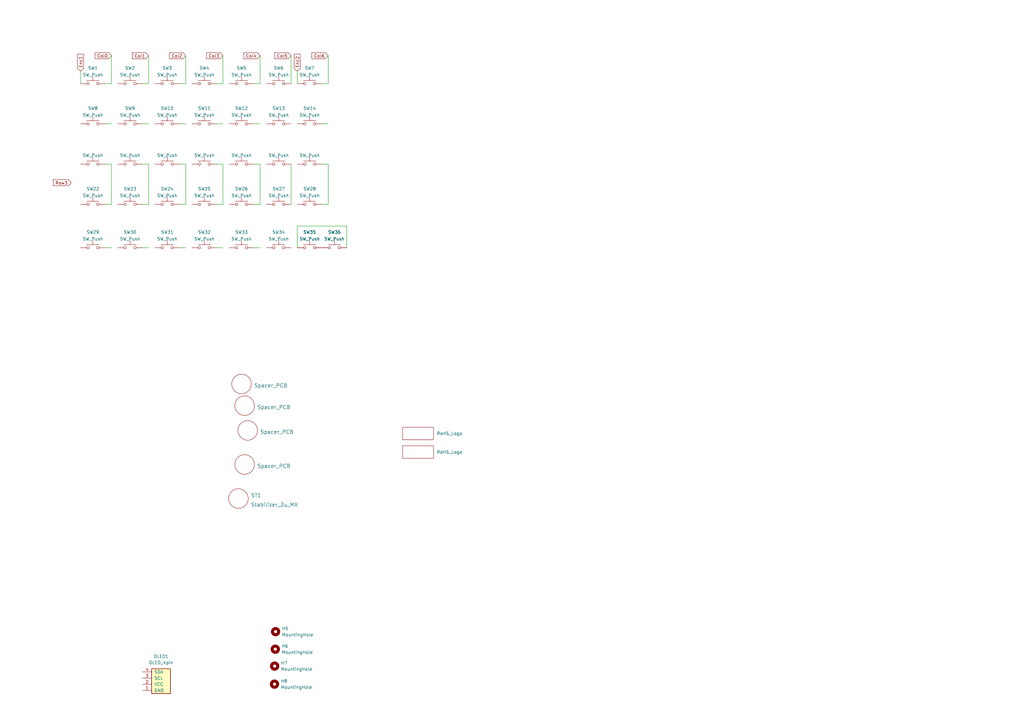
<source format=kicad_sch>
(kicad_sch (version 20250114) (generator "eeschema") (generator_version "9.0")
  (paper "A3")
  (title_block (title "RefleXion X65 - OLED") (date "2025-06-16") (rev "v1.10") (company "Tweety's Wild Thinking") (comment 1 "Design: Markus Knutsson <markus.knutsson@tweety.se>") (comment 2 "Concept: Pedro Quaresma <pq@live.ie>") (comment 3 "https://github.com/TweetyDaBird") (comment 4 "Licensed under Creative Commons BY-SA 4.0 International"))
  (lib_symbols
    (symbol "Keyboard Common:OLED_4pin" (pin_names (offset 1.016))
      (property "Reference" "OLED" (at 0 5.08 0))
      (property "Value" "OLED_4pin" (at 0 -7.62 0))
      (symbol "OLED_4pin_1_1"
        (rectangle (start -1.27 3.81) (end 6.35 -6.35) (stroke (width 0.254)) (fill (type background)))
        (pin passive line (at -5.08 2.54 0) (length 3.81) (name "GND") (number "1"))
        (pin passive line (at -5.08 0 0) (length 3.81) (name "VCC") (number "2"))
        (pin passive line (at -5.08 -2.54 0) (length 3.81) (name "SCL") (number "3"))
        (pin passive line (at -5.08 -5.08 0) (length 3.81) (name "SDA") (number "4"))
      )
    )
    (symbol "Keyboard Switches:SW_MX_HotSwap_Reversible" (pin_numbers (hide yes)) (pin_names (offset 1.016) (hide yes))
      (property "Reference" "SW" (at 1.27 2.54 0))
      (property "Value" "SW_MX_HotSwap_Reversible" (at 0 -1.524 0))
      (symbol "SW_MX_HotSwap_Reversible_0_1"
        (circle (center -2.032 0) (radius 0.508))
        (polyline (pts (xy 0 1.27) (xy 0 3.048)))
        (circle (center 2.032 0) (radius 0.508))
        (polyline (pts (xy 2.54 1.27) (xy -2.54 1.27)))
        (pin passive line (at -5.08 0 0) (length 2.54) (name "1") (number "1"))
        (pin passive line (at 5.08 0 180) (length 2.54) (name "2") (number "2"))
      )
    )
    (symbol "Keyboard Switches:Stabilizer_2u_MX" (pin_names (offset 1.016))
      (property "Reference" "ST1" (at 0 -1.27 0))
      (property "Value" "Stabilizer_2u_MX" (at 0 1.27 0))
      (symbol "Stabilizer_2u_MX_0_1"
        (circle (center 0 0) (radius 4.0132))
      )
    )
    (symbol "Keyboard_Plate:Spacer_PCB" (pin_names (offset 1.016))
      (property "Value" "Spacer_PCB" (at 0 1.27 0))
      (symbol "Spacer_PCB_0_1"
        (circle (center 0 0) (radius 4.0132))
      )
    )
    (symbol "Logotypes:QMK_Logo" (pin_numbers (hide yes)) (pin_names (offset 0) (hide yes)) (exclude_from_sim yes) (in_bom no)
      (property "Value" "RoHS_Logo" (at 0.254 5.334 0))
      (symbol "QMK_Logo_0_1"
        (rectangle (start -6.35 3.81) (end 6.35 -1.27))
      )
    )
    (symbol "Mechanical:MountingHole" (pin_names (offset 1.016)) (exclude_from_sim yes) (in_bom no)
      (property "Reference" "H" (at 0 5.08 0))
      (property "Value" "MountingHole" (at 0 3.175 0))
      (symbol "MountingHole_0_1"
        (circle (center 0 0) (radius 1.27) (stroke (width 1.27)))
      )
    )
  )
  (wire (pts (xy 121.92 92.71) (xy 142.24 92.71)))
  (wire (pts (xy 132.08 34.29) (xy 134.62 34.29)))
  (wire (pts (xy 33.02 29.21) (xy 33.02 34.29)))
  (wire (pts (xy 45.72 22.86) (xy 45.72 34.29)))
  (wire (pts (xy 142.24 92.71) (xy 142.24 101.6)))
  (wire (pts (xy 76.2 67.31) (xy 76.2 83.82)))
  (wire (pts (xy 73.66 83.82) (xy 76.2 83.82)))
  (wire (pts (xy 73.66 34.29) (xy 76.2 34.29)))
  (wire (pts (xy 134.62 67.31) (xy 134.62 83.82)))
  (wire (pts (xy 58.42 83.82) (xy 60.96 83.82)))
  (wire (pts (xy 43.18 101.6) (xy 45.72 101.6)))
  (wire (pts (xy 58.42 50.8) (xy 60.96 50.8)))
  (wire (pts (xy 88.9 83.82) (xy 91.44 83.82)))
  (wire (pts (xy 106.68 22.86) (xy 106.68 34.29)))
  (wire (pts (xy 88.9 67.31) (xy 91.44 67.31)))
  (wire (pts (xy 43.18 83.82) (xy 45.72 83.82)))
  (wire (pts (xy 132.08 50.8) (xy 134.62 50.8)))
  (wire (pts (xy 119.38 22.86) (xy 119.38 34.29)))
  (wire (pts (xy 73.66 67.31) (xy 76.2 67.31)))
  (wire (pts (xy 119.38 67.31) (xy 119.38 83.82)))
  (wire (pts (xy 76.2 22.86) (xy 76.2 34.29)))
  (wire (pts (xy 73.66 50.8) (xy 76.2 50.8)))
  (wire (pts (xy 104.14 50.8) (xy 106.68 50.8)))
  (wire (pts (xy 88.9 50.8) (xy 91.44 50.8)))
  (wire (pts (xy 58.42 67.31) (xy 60.96 67.31)))
  (wire (pts (xy 88.9 34.29) (xy 91.44 34.29)))
  (wire (pts (xy 91.44 67.31) (xy 91.44 83.82)))
  (wire (pts (xy 104.14 83.82) (xy 106.68 83.82)))
  (wire (pts (xy 45.72 67.31) (xy 45.72 83.82)))
  (wire (pts (xy 132.08 67.31) (xy 134.62 67.31)))
  (wire (pts (xy 104.14 101.6) (xy 106.68 101.6)))
  (wire (pts (xy 104.14 67.31) (xy 106.68 67.31)))
  (wire (pts (xy 60.96 22.86) (xy 60.96 34.29)))
  (wire (pts (xy 76.2 101.6) (xy 73.66 101.6)))
  (wire (pts (xy 106.68 67.31) (xy 106.68 83.82)))
  (wire (pts (xy 60.96 67.31) (xy 60.96 83.82)))
  (wire (pts (xy 104.14 34.29) (xy 106.68 34.29)))
  (wire (pts (xy 43.18 67.31) (xy 45.72 67.31)))
  (wire (pts (xy 43.18 50.8) (xy 45.72 50.8)))
  (wire (pts (xy 132.08 83.82) (xy 134.62 83.82)))
  (wire (pts (xy 91.44 22.86) (xy 91.44 34.29)))
  (wire (pts (xy 58.42 101.6) (xy 60.96 101.6)))
  (wire (pts (xy 91.44 101.6) (xy 88.9 101.6)))
  (wire (pts (xy 121.92 29.21) (xy 121.92 34.29)))
  (wire (pts (xy 134.62 22.86) (xy 134.62 34.29)))
  (wire (pts (xy 121.92 101.6) (xy 121.92 92.71)))
  (wire (pts (xy 58.42 34.29) (xy 60.96 34.29)))
  (wire (pts (xy 43.18 34.29) (xy 45.72 34.29)))
  (global_label "Col4" (shape input) (at 106.68 22.86 180) (property "Intersheetrefs" "${INTERSHEET_REFS}" (effects (hide yes))))
  (global_label "Enc2" (shape input) (at 121.92 29.21 90) (property "Intersheetrefs" "${INTERSHEET_REFS}" (effects (hide yes))))
  (global_label "Enc1" (shape input) (at 33.02 29.21 90) (property "Intersheetrefs" "${INTERSHEET_REFS}" (effects (hide yes))))
  (global_label "Col3" (shape input) (at 91.44 22.86 180) (property "Intersheetrefs" "${INTERSHEET_REFS}" (effects (hide yes))))
  (global_label "Col6" (shape input) (at 134.62 22.86 180) (property "Intersheetrefs" "${INTERSHEET_REFS}" (effects (hide yes))))
  (global_label "Col2" (shape input) (at 76.2 22.86 180) (property "Intersheetrefs" "${INTERSHEET_REFS}" (effects (hide yes))))
  (global_label "Col5" (shape input) (at 119.38 22.86 180) (property "Intersheetrefs" "${INTERSHEET_REFS}" (effects (hide yes))))
  (global_label "Col0" (shape input) (at 45.72 22.86 180) (property "Intersheetrefs" "${INTERSHEET_REFS}" (effects (hide yes))))
  (global_label "Row3" (shape input) (at 29.21 74.93 180) (property "Intersheetrefs" "${INTERSHEET_REFS}" (effects (hide yes))))
  (global_label "Col1" (shape input) (at 60.96 22.86 180) (property "Intersheetrefs" "${INTERSHEET_REFS}" (effects (hide yes))))
  (symbol (lib_id "Keyboard Switches:SW_MX_HotSwap_Reversible") (at 83.82 83.82 0) (unit 1)
    (property "Reference" "SW25" (at 83.82 77.4405 0))
    (property "Value" "SW_Push" (at 83.82 80.2156 0))
    (property "Footprint" "Keyboard_Plate:SW_MX_Plate_Placeholder_nodrill_NOBORDER_13,9" (effects (hide yes)))
  )
  (symbol (lib_id "Keyboard Switches:SW_MX_HotSwap_Reversible") (at 53.34 67.31 0) (unit 1)
    (property "Reference" "SW16" (effects (hide yes)))
    (property "Value" "SW_Push" (at 53.34 63.7056 0))
    (property "Footprint" "Keyboard_Plate:SW_MX_Plate_Placeholder_nodrill_NOBORDER_13,9" (effects (hide yes)))
  )
  (symbol (lib_id "Logotypes:QMK_Logo") (at 171.45 179.07 0) (unit 1) (exclude_from_sim yes) (in_bom no)
    (property "Reference" "Logo1" (effects (hide yes)))
    (property "Value" "RoHS_Logo" (at 179.07 177.7999 0) (effects (justify left)))
    (property "Footprint" "Logotypes:X65" (effects (hide yes)))
  )
  (symbol (lib_id "Keyboard Switches:Stabilizer_2u_MX") (at 97.79 204.47 0) (unit 1)
    (property "Reference" "ST1" (at 102.87 203.2 0) (effects (font (size 1.524 1.524)) (justify left)))
    (property "Value" "Stabilizer_2u_MX" (at 102.87 207.01 0) (effects (font (size 1.524 1.524)) (justify left)))
    (property "Footprint" "Keyboard_Plate:Stabilizer_Cherry_MX_2.00u_PLate_1_2" (effects (hide yes)))
  )
  (symbol (lib_id "Keyboard Switches:SW_MX_HotSwap_Reversible") (at 68.58 83.82 0) (unit 1)
    (property "Reference" "SW24" (at 68.58 77.4405 0))
    (property "Value" "SW_Push" (at 68.58 80.2156 0))
    (property "Footprint" "Keyboard_Plate:SW_MX_Plate_Placeholder_nodrill_NOBORDER_13,9" (effects (hide yes)))
  )
  (symbol (lib_id "Keyboard Switches:SW_MX_HotSwap_Reversible") (at 127 83.82 0) (unit 1)
    (property "Reference" "SW28" (at 127 77.4405 0))
    (property "Value" "SW_Push" (at 127 80.2156 0))
    (property "Footprint" "Keyboard_Plate:SW_MX_Plate_Placeholder_nodrill_NOBORDER_13,9" (effects (hide yes)))
  )
  (symbol (lib_id "Keyboard Switches:SW_MX_HotSwap_Reversible") (at 114.3 67.31 0) (unit 1)
    (property "Reference" "SW20" (effects (hide yes)))
    (property "Value" "SW_Push" (at 114.3 63.7056 0))
    (property "Footprint" "Keyboard_Plate:SW_MX_Plate_Placeholder_nodrill_NOBORDER_13,9" (effects (hide yes)))
  )
  (symbol (lib_id "Mechanical:MountingHole") (at 112.9125 266.2636 0) (unit 1) (exclude_from_sim yes) (in_bom no)
    (property "Reference" "H6" (at 115.4525 264.9935 0) (effects (justify left)))
    (property "Value" "MountingHole" (at 115.4525 267.5335 0) (effects (justify left)))
    (property "Footprint" "MountingHole:MountingHole_3.2mm_M3" (effects (hide yes)))
    (property "Description" "Mounting Hole without connection" (effects (hide yes)))
  )
  (symbol (lib_id "Keyboard Switches:SW_MX_HotSwap_Reversible") (at 38.1 50.8 0) (mirror y) (unit 1)
    (property "Reference" "SW8" (at 38.1 44.4205 0))
    (property "Value" "SW_Push" (at 38.1 47.1956 0))
    (property "Footprint" "Keyboard_Plate:SW_MX_Plate_Placeholder_nodrill_NOBORDER_13,9" (effects (hide yes)))
  )
  (symbol (lib_id "Keyboard Switches:SW_MX_HotSwap_Reversible") (at 38.1 67.31 0) (mirror y) (unit 1)
    (property "Reference" "SW15" (effects (hide yes)))
    (property "Value" "SW_Push" (at 38.1 63.7056 0))
    (property "Footprint" "Keyboard_Plate:SW_MX_Plate_Placeholder_nodrill_NOBORDER_13,9" (effects (hide yes)))
  )
  (symbol (lib_id "Keyboard Switches:SW_MX_HotSwap_Reversible") (at 53.34 34.29 0) (unit 1)
    (property "Reference" "SW2" (at 53.34 27.9105 0))
    (property "Value" "SW_Push" (at 53.34 30.6856 0))
    (property "Footprint" "Keyboard_Plate:SW_MX_Plate_Placeholder_nodrill_NOBORDER_13,9" (effects (hide yes)))
  )
  (symbol (lib_id "Keyboard Switches:SW_MX_HotSwap_Reversible") (at 83.82 50.8 0) (unit 1)
    (property "Reference" "SW11" (at 83.82 44.4205 0))
    (property "Value" "SW_Push" (at 83.82 47.1956 0))
    (property "Footprint" "Keyboard_Plate:SW_MX_Plate_Placeholder_nodrill_NOBORDER_13,9" (effects (hide yes)))
  )
  (symbol (lib_id "Keyboard_Plate:Spacer_PCB") (at 100.33 190.5 0) (unit 1)
    (property "Reference" "H1" (effects (hide yes)))
    (property "Value" "Spacer_PCB" (at 105.41 191.135 0) (effects (font (size 1.524 1.524)) (justify left)))
    (property "Footprint" "Keyboard_Plate:Spacer Plate hole" (effects (hide yes)))
  )
  (symbol (lib_id "Mechanical:MountingHole") (at 112.5759 280.6026 0) (unit 1) (exclude_from_sim yes) (in_bom no)
    (property "Reference" "H8" (at 115.1159 279.3325 0) (effects (justify left)))
    (property "Value" "MountingHole" (at 115.1159 281.8725 0) (effects (justify left)))
    (property "Footprint" "MountingHole:MountingHole_3.2mm_M3" (effects (hide yes)))
    (property "Description" "Mounting Hole without connection" (effects (hide yes)))
  )
  (symbol (lib_id "Keyboard Switches:SW_MX_HotSwap_Reversible") (at 68.58 101.6 0) (unit 1)
    (property "Reference" "SW31" (at 68.58 95.2205 0))
    (property "Value" "SW_Push" (at 68.58 97.9956 0))
    (property "Footprint" "Keyboard_Plate:SW_MX_Plate_Placeholder_nodrill_NOBORDER_13,9" (effects (hide yes)))
  )
  (symbol (lib_id "Keyboard_Plate:Spacer_PCB") (at 99.06 157.48 0) (unit 1)
    (property "Reference" "H2" (effects (hide yes)))
    (property "Value" "Spacer_PCB" (at 104.14 158.115 0) (effects (font (size 1.524 1.524)) (justify left)))
    (property "Footprint" "Keyboard_Plate:Spacer Plate hole" (effects (hide yes)))
  )
  (symbol (lib_id "Keyboard Switches:SW_MX_HotSwap_Reversible") (at 53.34 101.6 0) (unit 1)
    (property "Reference" "SW30" (at 53.34 95.2205 0))
    (property "Value" "SW_Push" (at 53.34 97.9956 0))
    (property "Footprint" "Keyboard_Plate:SW_MX_Plate_Placeholder_nodrill_NOBORDER_13,9" (effects (hide yes)))
  )
  (symbol (lib_id "Keyboard Switches:SW_MX_HotSwap_Reversible") (at 99.06 50.8 0) (unit 1)
    (property "Reference" "SW12" (at 99.06 44.4205 0))
    (property "Value" "SW_Push" (at 99.06 47.1956 0))
    (property "Footprint" "Keyboard_Plate:SW_MX_Plate_Placeholder_nodrill_NOBORDER_13,9" (effects (hide yes)))
  )
  (symbol (lib_id "Keyboard Switches:SW_MX_HotSwap_Reversible") (at 83.82 101.6 0) (unit 1)
    (property "Reference" "SW32" (at 83.82 95.2205 0))
    (property "Value" "SW_Push" (at 83.82 97.9956 0))
    (property "Footprint" "Keyboard_Plate:SW_MX_Plate_Placeholder_nodrill_NOBORDER_13,9" (effects (hide yes)))
  )
  (symbol (lib_id "Mechanical:MountingHole") (at 112.6432 273.1975 0) (unit 1) (exclude_from_sim yes) (in_bom no)
    (property "Reference" "H7" (at 115.1832 271.9274 0) (effects (justify left)))
    (property "Value" "MountingHole" (at 115.1832 274.4674 0) (effects (justify left)))
    (property "Footprint" "MountingHole:MountingHole_3.2mm_M3" (effects (hide yes)))
    (property "Description" "Mounting Hole without connection" (effects (hide yes)))
  )
  (symbol (lib_id "Keyboard Switches:SW_MX_HotSwap_Reversible") (at 68.58 50.8 0) (unit 1)
    (property "Reference" "SW10" (at 68.58 44.4205 0))
    (property "Value" "SW_Push" (at 68.58 47.1956 0))
    (property "Footprint" "Keyboard_Plate:SW_MX_Plate_Placeholder_nodrill_NOBORDER_13,9" (effects (hide yes)))
  )
  (symbol (lib_id "Keyboard_Plate:Spacer_PCB") (at 100.33 166.37 0) (unit 1)
    (property "Reference" "H3" (effects (hide yes)))
    (property "Value" "Spacer_PCB" (at 105.41 167.005 0) (effects (font (size 1.524 1.524)) (justify left)))
    (property "Footprint" "Keyboard_Plate:Spacer Plate hole" (effects (hide yes)))
  )
  (symbol (lib_id "Keyboard Switches:SW_MX_HotSwap_Reversible") (at 114.3 83.82 0) (unit 1)
    (property "Reference" "SW27" (at 114.3 77.4405 0))
    (property "Value" "SW_Push" (at 114.3 80.2156 0))
    (property "Footprint" "Keyboard_Plate:SW_MX_Plate_Placeholder_nodrill_NOBORDER_13,9" (effects (hide yes)))
  )
  (symbol (lib_id "Keyboard Switches:SW_MX_HotSwap_Reversible") (at 83.82 34.29 0) (unit 1)
    (property "Reference" "SW4" (at 83.82 27.9105 0))
    (property "Value" "SW_Push" (at 83.82 30.6856 0))
    (property "Footprint" "Keyboard_Plate:SW_MX_Plate_Placeholder_nodrill_NOBORDER_13,9" (effects (hide yes)))
  )
  (symbol (lib_id "Keyboard Switches:SW_MX_HotSwap_Reversible") (at 99.06 67.31 0) (unit 1)
    (property "Reference" "SW19" (effects (hide yes)))
    (property "Value" "SW_Push" (at 99.06 63.7056 0))
    (property "Footprint" "Keyboard_Plate:SW_MX_Plate_Placeholder_nodrill_NOBORDER_13,9" (effects (hide yes)))
  )
  (symbol (lib_id "Keyboard Common:OLED_4pin") (at 63.5 280.67 0) (mirror x) (unit 1)
    (property "Reference" "OLED1" (at 66.04 269.24 0))
    (property "Value" "OLED_4pin" (at 66.04 271.78 0))
    (property "Footprint" "Keyboard_Plate:OLED Placeholder" (effects (hide yes)))
  )
  (symbol (lib_id "Keyboard Switches:SW_MX_HotSwap_Reversible") (at 127 34.29 0) (unit 1)
    (property "Reference" "SW7" (at 127 27.9105 0))
    (property "Value" "SW_Push" (at 127 30.6856 0))
    (property "Footprint" "Keyboard_Plate:SW_MX_Plate_Placeholder_nodrill_NOBORDER_13,9" (effects (hide yes)))
  )
  (symbol (lib_id "Keyboard Switches:SW_MX_HotSwap_Reversible") (at 114.3 50.8 0) (unit 1)
    (property "Reference" "SW13" (at 114.3 44.4205 0))
    (property "Value" "SW_Push" (at 114.3 47.1956 0))
    (property "Footprint" "Keyboard_Plate:SW_MX_Plate_Placeholder_nodrill_NOBORDER_13,9" (effects (hide yes)))
  )
  (symbol (lib_id "Keyboard Switches:SW_MX_HotSwap_Reversible") (at 53.34 83.82 0) (unit 1)
    (property "Reference" "SW23" (at 53.34 77.4405 0))
    (property "Value" "SW_Push" (at 53.34 80.2156 0))
    (property "Footprint" "Keyboard_Plate:SW_MX_Plate_Placeholder_nodrill_NOBORDER_13,9" (effects (hide yes)))
  )
  (symbol (lib_id "Keyboard Switches:SW_MX_HotSwap_Reversible") (at 53.34 50.8 0) (unit 1)
    (property "Reference" "SW9" (at 53.34 44.4205 0))
    (property "Value" "SW_Push" (at 53.34 47.1956 0))
    (property "Footprint" "Keyboard_Plate:SW_MX_Plate_Placeholder_nodrill_NOBORDER_13,9" (effects (hide yes)))
  )
  (symbol (lib_id "Keyboard Switches:SW_MX_HotSwap_Reversible") (at 137.16 101.6 0) (unit 1)
    (property "Reference" "SW36" (at 137.16 95.2205 0))
    (property "Value" "SW_Push" (at 137.16 97.9956 0))
    (property "Footprint" "Keyboard_Plate:SW_MX_Plate_Placeholder_nodrill_NOBORDER_13,9" (effects (hide yes)))
  )
  (symbol (lib_id "Keyboard Switches:SW_MX_HotSwap_Reversible") (at 83.82 67.31 0) (unit 1)
    (property "Reference" "SW18" (effects (hide yes)))
    (property "Value" "SW_Push" (at 83.82 63.7056 0))
    (property "Footprint" "Keyboard_Plate:SW_MX_Plate_Placeholder_nodrill_NOBORDER_13,9" (effects (hide yes)))
  )
  (symbol (lib_id "Keyboard Switches:SW_MX_HotSwap_Reversible") (at 99.06 101.6 0) (unit 1)
    (property "Reference" "SW33" (at 99.06 95.2205 0))
    (property "Value" "SW_Push" (at 99.06 97.9956 0))
    (property "Footprint" "Keyboard_Plate:SW_MX_Plate_Placeholder_nodrill_NOBORDER_13,9" (effects (hide yes)))
  )
  (symbol (lib_id "Mechanical:MountingHole") (at 113.03 259.08 0) (unit 1) (exclude_from_sim yes) (in_bom no)
    (property "Reference" "H5" (at 115.57 257.8099 0) (effects (justify left)))
    (property "Value" "MountingHole" (at 115.57 260.3499 0) (effects (justify left)))
    (property "Footprint" "MountingHole:MountingHole_3.2mm_M3" (effects (hide yes)))
    (property "Description" "Mounting Hole without connection" (effects (hide yes)))
  )
  (symbol (lib_id "Keyboard_Plate:Spacer_PCB") (at 101.6 176.53 0) (unit 1)
    (property "Reference" "H4" (effects (hide yes)))
    (property "Value" "Spacer_PCB" (at 106.68 177.165 0) (effects (font (size 1.524 1.524)) (justify left)))
    (property "Footprint" "Keyboard_Plate:Spacer Plate hole" (effects (hide yes)))
  )
  (symbol (lib_id "Keyboard Switches:SW_MX_HotSwap_Reversible") (at 38.1 101.6 0) (mirror y) (unit 1)
    (property "Reference" "SW29" (at 38.1 95.2205 0))
    (property "Value" "SW_Push" (at 38.1 97.9956 0))
    (property "Footprint" "Keyboard_Plate:SW_MX_Plate_Placeholder_nodrill_NOBORDER_13,9" (effects (hide yes)))
  )
  (symbol (lib_id "Keyboard Switches:SW_MX_HotSwap_Reversible") (at 68.58 67.31 0) (unit 1)
    (property "Reference" "SW17" (effects (hide yes)))
    (property "Value" "SW_Push" (at 68.58 63.7056 0))
    (property "Footprint" "Keyboard_Plate:SW_MX_Plate_Placeholder_nodrill_NOBORDER_13,9" (effects (hide yes)))
  )
  (symbol (lib_id "Keyboard Switches:SW_MX_HotSwap_Reversible") (at 99.06 34.29 0) (unit 1)
    (property "Reference" "SW5" (at 99.06 27.9105 0))
    (property "Value" "SW_Push" (at 99.06 30.6856 0))
    (property "Footprint" "Keyboard_Plate:SW_MX_Plate_Placeholder_nodrill_NOBORDER_13,9" (effects (hide yes)))
  )
  (symbol (lib_id "Keyboard Switches:SW_MX_HotSwap_Reversible") (at 68.58 34.29 0) (unit 1)
    (property "Reference" "SW3" (at 68.58 27.9105 0))
    (property "Value" "SW_Push" (at 68.58 30.6856 0))
    (property "Footprint" "Keyboard_Plate:SW_MX_Plate_Placeholder_nodrill_NOBORDER_13,9" (effects (hide yes)))
  )
  (symbol (lib_id "Keyboard Switches:SW_MX_HotSwap_Reversible") (at 38.1 34.29 0) (mirror y) (unit 1)
    (property "Reference" "SW1" (at 38.1 27.9105 0))
    (property "Value" "SW_Push" (at 38.1 30.6856 0))
    (property "Footprint" "Keyboard_Plate:SW_MX_Plate_Placeholder_nodrill_NOBORDER_13,9" (effects (hide yes)))
  )
  (symbol (lib_id "Keyboard Switches:SW_MX_HotSwap_Reversible") (at 114.3 34.29 0) (unit 1)
    (property "Reference" "SW6" (at 114.3 27.9105 0))
    (property "Value" "SW_Push" (at 114.3 30.6856 0))
    (property "Footprint" "Keyboard_Plate:SW_MX_Plate_Placeholder_nodrill_NOBORDER_13,9" (effects (hide yes)))
  )
  (symbol (lib_id "Logotypes:QMK_Logo") (at 171.45 186.69 0) (unit 1) (exclude_from_sim yes) (in_bom no)
    (property "Reference" "Logo2" (effects (hide yes)))
    (property "Value" "RoHS_Logo" (at 179.07 185.4199 0) (effects (justify left)))
    (property "Footprint" "Logotypes:RefleXion 652" (effects (hide yes)))
  )
  (symbol (lib_id "Keyboard Switches:SW_MX_HotSwap_Reversible") (at 127 101.6 0) (unit 1)
    (property "Reference" "SW35" (at 127 95.2205 0))
    (property "Value" "SW_Push" (at 127 97.9956 0))
    (property "Footprint" "Keyboard_Plate:SW_MX_Plate_Placeholder_nodrill_NOBORDER_13,9" (effects (hide yes)))
  )
  (symbol (lib_id "Keyboard Switches:SW_MX_HotSwap_Reversible") (at 114.3 101.6 0) (unit 1)
    (property "Reference" "SW34" (at 114.3 95.2205 0))
    (property "Value" "SW_Push" (at 114.3 97.9956 0))
    (property "Footprint" "Keyboard_Plate:SW_MX_Plate_Placeholder_nodrill_NOBORDER_13,9" (effects (hide yes)))
  )
  (symbol (lib_id "Keyboard Switches:SW_MX_HotSwap_Reversible") (at 127 50.8 0) (unit 1)
    (property "Reference" "SW14" (at 127 44.4205 0))
    (property "Value" "SW_Push" (at 127 47.1956 0))
    (property "Footprint" "Keyboard_Plate:SW_MX_Plate_Placeholder_nodrill_NOBORDER_13,9" (effects (hide yes)))
  )
  (symbol (lib_id "Keyboard Switches:SW_MX_HotSwap_Reversible") (at 99.06 83.82 0) (unit 1)
    (property "Reference" "SW26" (at 99.06 77.4405 0))
    (property "Value" "SW_Push" (at 99.06 80.2156 0))
    (property "Footprint" "Keyboard_Plate:SW_MX_Plate_Placeholder_nodrill_NOBORDER_13,9" (effects (hide yes)))
  )
  (symbol (lib_id "Keyboard Switches:SW_MX_HotSwap_Reversible") (at 38.1 83.82 0) (mirror y) (unit 1)
    (property "Reference" "SW22" (at 38.1 77.4405 0))
    (property "Value" "SW_Push" (at 38.1 80.2156 0))
    (property "Footprint" "Keyboard_Plate:SW_MX_Plate_Placeholder_nodrill_NOBORDER_13,9" (effects (hide yes)))
  )
  (symbol (lib_id "Keyboard Switches:SW_MX_HotSwap_Reversible") (at 127 67.31 0) (unit 1)
    (property "Reference" "SW21" (effects (hide yes)))
    (property "Value" "SW_Push" (at 127 63.7056 0))
    (property "Footprint" "Keyboard_Plate:SW_MX_Plate_Placeholder_nodrill_NOBORDER_13,9" (effects (hide yes)))
  )
)
</source>
